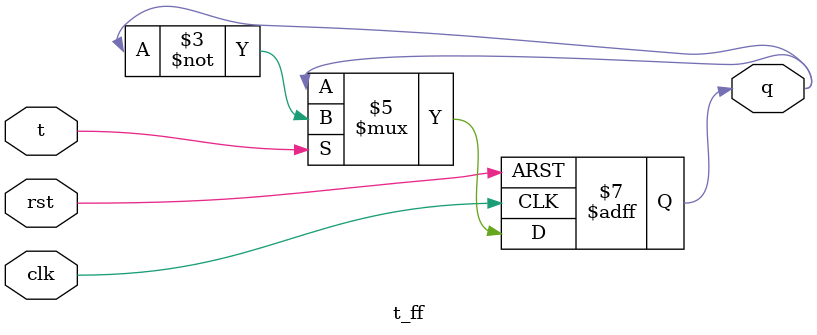
<source format=v>
module t_ff(input t,clk,rst, output reg q);
always @ (posedge clk or negedge rst)
begin 
if (!rst) begin
q <= 0;
end
else if(t)
begin 
q <= ~q;
end
else begin 
q <= q; 
end
end
endmodule

</source>
